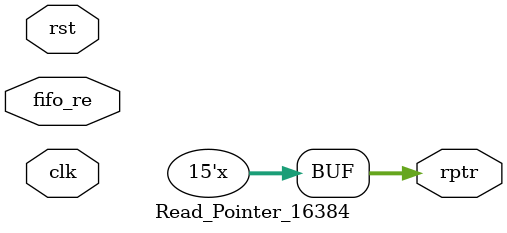
<source format=v>
`timescale 1ns / 1ps 

module Read_Pointer_16384

#(
	parameter ADDR_WIDTH = 14
)
(
	input clk,
	input rst,
	input fifo_re,
	output reg [ADDR_WIDTH:0] rptr
);

	always @(posedge clk)
	begin: RESET_CHECK
		if (rst) begin
			rptr <= 15'b0;
		end
	end
	always @(fifo_we) 
	begin: COUNT_RPTR
		if (fifo_re) begin
			rptr <= rptr + 15'd1;
		end	
		else begin
			rptr <= rptr;
		end
	end
endmodule

</source>
